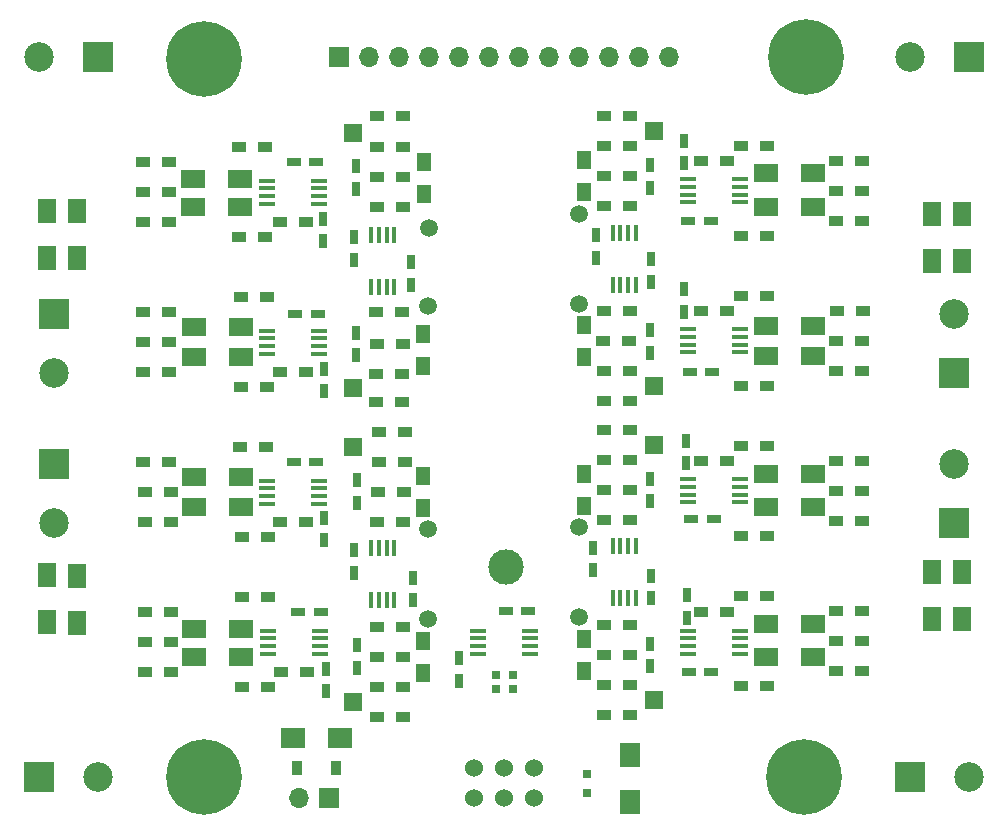
<source format=gbr>
G04 #@! TF.FileFunction,Soldermask,Top*
%FSLAX46Y46*%
G04 Gerber Fmt 4.6, Leading zero omitted, Abs format (unit mm)*
G04 Created by KiCad (PCBNEW 4.0.6) date Sun Apr  2 15:01:44 2017*
%MOMM*%
%LPD*%
G01*
G04 APERTURE LIST*
%ADD10C,0.088900*%
%ADD11R,2.000000X1.700000*%
%ADD12R,1.700000X1.700000*%
%ADD13O,1.700000X1.700000*%
%ADD14R,0.900000X1.200000*%
%ADD15R,1.450000X0.450000*%
%ADD16R,1.200000X0.900000*%
%ADD17R,1.600000X2.000000*%
%ADD18R,1.200000X0.750000*%
%ADD19R,0.450000X1.450000*%
%ADD20R,0.640000X0.700000*%
%ADD21C,6.400000*%
%ADD22R,1.500000X1.500000*%
%ADD23C,1.500000*%
%ADD24C,3.000000*%
%ADD25R,0.750000X1.200000*%
%ADD26R,1.300000X1.500000*%
%ADD27R,2.000000X1.600000*%
%ADD28C,2.500000*%
%ADD29R,2.500000X2.500000*%
%ADD30R,0.800000X0.800000*%
%ADD31R,1.700000X2.000000*%
%ADD32C,1.524000*%
G04 APERTURE END LIST*
D10*
D11*
X131985000Y-135128000D03*
X135985000Y-135128000D03*
D12*
X135001000Y-140208000D03*
D13*
X132461000Y-140208000D03*
D14*
X135635000Y-137668000D03*
X132335000Y-137668000D03*
D15*
X147660000Y-126025000D03*
X147660000Y-126675000D03*
X147660000Y-127325000D03*
X147660000Y-127975000D03*
X152060000Y-127975000D03*
X152060000Y-127325000D03*
X152060000Y-126675000D03*
X152060000Y-126025000D03*
D16*
X169884999Y-105282997D03*
X172084999Y-105282997D03*
D17*
X113665000Y-90456000D03*
X113665000Y-94456000D03*
D16*
X121496000Y-86360000D03*
X119296000Y-86360000D03*
X130853000Y-104140000D03*
X133053000Y-104140000D03*
D18*
X133919000Y-111760000D03*
X132019000Y-111760000D03*
D16*
X119422999Y-124460000D03*
X121622999Y-124460000D03*
D19*
X140542080Y-119031548D03*
X139892080Y-119031548D03*
X139242080Y-119031548D03*
X138592080Y-119031548D03*
X138592080Y-123431548D03*
X139242080Y-123431548D03*
X139892080Y-123431548D03*
X140542080Y-123431548D03*
D15*
X169839999Y-102447998D03*
X169839999Y-101797998D03*
X169839999Y-101147998D03*
X169839999Y-100497998D03*
X165439999Y-100497998D03*
X165439999Y-101147998D03*
X165439999Y-101797998D03*
X165439999Y-102447998D03*
D16*
X177970001Y-124332999D03*
X180170001Y-124332999D03*
D20*
X150560000Y-129740500D03*
X149160000Y-129740500D03*
X149160000Y-130990500D03*
X150560000Y-130990500D03*
D21*
X175387000Y-77470000D03*
X124460000Y-77597000D03*
X175260000Y-138430000D03*
X124460000Y-138430000D03*
D12*
X135890001Y-77470000D03*
D13*
X138430001Y-77470000D03*
X140970001Y-77470000D03*
X143510001Y-77470000D03*
X146050001Y-77470000D03*
X148590001Y-77470000D03*
X151130001Y-77470000D03*
X153670001Y-77470000D03*
X156210001Y-77470000D03*
X158750001Y-77470000D03*
X161290001Y-77470000D03*
X163830001Y-77470000D03*
D22*
X137066180Y-83908953D03*
D23*
X143510000Y-91948000D03*
D22*
X137066180Y-105498947D03*
D23*
X143416182Y-98513948D03*
D22*
X137027087Y-110436549D03*
D23*
X143377082Y-117421552D03*
D22*
X137027082Y-132026546D03*
D23*
X143377082Y-125041550D03*
D22*
X162557509Y-131861607D03*
D23*
X156207512Y-124876607D03*
D22*
X162557511Y-110271612D03*
D23*
X156207510Y-117256614D03*
D22*
X162544473Y-105326266D03*
D23*
X156194471Y-98341265D03*
D22*
X162544471Y-83736263D03*
D23*
X156194478Y-90721268D03*
D24*
X149987000Y-120650000D03*
D16*
X160469469Y-87546264D03*
X158269469Y-87546264D03*
X158269472Y-90086264D03*
X160469472Y-90086264D03*
X169884999Y-92582997D03*
X172084999Y-92582997D03*
X177970000Y-88772999D03*
X180170000Y-88772999D03*
X177970002Y-86233001D03*
X180170002Y-86233001D03*
X160469476Y-85006261D03*
X158269476Y-85006261D03*
X158269472Y-82466266D03*
X160469472Y-82466266D03*
X168740000Y-86232999D03*
X166540000Y-86232999D03*
X172084999Y-84962997D03*
X169884999Y-84962997D03*
X180170001Y-91313001D03*
X177970001Y-91313001D03*
X160448973Y-101516263D03*
X158248973Y-101516263D03*
X158269474Y-98976268D03*
X160469474Y-98976268D03*
X177970002Y-101473004D03*
X180170002Y-101473004D03*
X178013000Y-98932998D03*
X180213000Y-98932998D03*
X160469476Y-104056265D03*
X158269476Y-104056265D03*
X158269470Y-106596266D03*
X160469470Y-106596266D03*
X168740000Y-98933002D03*
X166540000Y-98933002D03*
X172084999Y-97663000D03*
X169884999Y-97663000D03*
X180170000Y-104012999D03*
X177970000Y-104012999D03*
X160482513Y-114081614D03*
X158282513Y-114081614D03*
X158282508Y-116621613D03*
X160482508Y-116621613D03*
X169884999Y-117982997D03*
X172084999Y-117982997D03*
X177970000Y-114173000D03*
X180170000Y-114173000D03*
X177970002Y-111633001D03*
X180170002Y-111633001D03*
X160482508Y-111541613D03*
X158282508Y-111541613D03*
X158282515Y-109001612D03*
X160482515Y-109001612D03*
X168739999Y-111633002D03*
X166539999Y-111633002D03*
X172084999Y-110362997D03*
X169884999Y-110362997D03*
X180170002Y-116712999D03*
X177970002Y-116712999D03*
X160482508Y-128051611D03*
X158282508Y-128051611D03*
X158282509Y-125511613D03*
X160482509Y-125511613D03*
X169884999Y-130682997D03*
X172084999Y-130682997D03*
X177969999Y-126873000D03*
X180169999Y-126873000D03*
X160482509Y-130591608D03*
X158282509Y-130591608D03*
X158282516Y-133131611D03*
X160482516Y-133131611D03*
X168740000Y-124460000D03*
X166540000Y-124460000D03*
X172084999Y-123062999D03*
X169884999Y-123062999D03*
X180169998Y-129412999D03*
X177969998Y-129412999D03*
X139102082Y-128216547D03*
X141302082Y-128216547D03*
X141302084Y-125676549D03*
X139102084Y-125676549D03*
X129835000Y-123189999D03*
X127635000Y-123189999D03*
X121622999Y-127000001D03*
X119422999Y-127000001D03*
X121622997Y-129540001D03*
X119422997Y-129540001D03*
X139081585Y-130756548D03*
X141281585Y-130756548D03*
X141302082Y-133296546D03*
X139102082Y-133296546D03*
X130980000Y-129540000D03*
X133180000Y-129540000D03*
X127635000Y-130810003D03*
X129835000Y-130810003D03*
X139186086Y-114246552D03*
X141386086Y-114246552D03*
X141305515Y-116786549D03*
X139105515Y-116786549D03*
X129708002Y-110490006D03*
X127508002Y-110490006D03*
X121623001Y-114300002D03*
X119423001Y-114300002D03*
X121623000Y-116840000D03*
X119423000Y-116840000D03*
X139229081Y-111706552D03*
X141429081Y-111706552D03*
X141429083Y-109166550D03*
X139229083Y-109166550D03*
X130852999Y-116840002D03*
X133052999Y-116840002D03*
X127635001Y-118110002D03*
X129835001Y-118110002D03*
X119296000Y-111760001D03*
X121496000Y-111760001D03*
X121496000Y-101600000D03*
X119296000Y-101600000D03*
X121496000Y-104140000D03*
X119296000Y-104140000D03*
X119296000Y-99060000D03*
X121496000Y-99060000D03*
X139108000Y-87630000D03*
X141308000Y-87630000D03*
X141308000Y-90170000D03*
X139108000Y-90170000D03*
X121496000Y-88900000D03*
X119296000Y-88900000D03*
X141308000Y-82423000D03*
X139108000Y-82423000D03*
X130853000Y-91440000D03*
X133053000Y-91440000D03*
X127424000Y-92710000D03*
X129624000Y-92710000D03*
X139108000Y-85090000D03*
X141308000Y-85090000D03*
X138981000Y-104267000D03*
X141181000Y-104267000D03*
X141181000Y-106680000D03*
X138981000Y-106680000D03*
X129741000Y-97790000D03*
X127541000Y-97790000D03*
X141224000Y-99060000D03*
X139024000Y-99060000D03*
X139108000Y-101727000D03*
X141308000Y-101727000D03*
X129624000Y-85090000D03*
X127424000Y-85090000D03*
D15*
X169840000Y-89748000D03*
X169840000Y-89098000D03*
X169840000Y-88448000D03*
X169840000Y-87798000D03*
X165440000Y-87798000D03*
X165440000Y-88448000D03*
X165440000Y-89098000D03*
X165440000Y-89748000D03*
D19*
X159029472Y-96731264D03*
X159679472Y-96731264D03*
X160329472Y-96731264D03*
X160979472Y-96731264D03*
X160979472Y-92331264D03*
X160329472Y-92331264D03*
X159679472Y-92331264D03*
X159029472Y-92331264D03*
D15*
X169840000Y-115148000D03*
X169840000Y-114498000D03*
X169840000Y-113848000D03*
X169840000Y-113198000D03*
X165440000Y-113198000D03*
X165440000Y-113848000D03*
X165440000Y-114498000D03*
X165440000Y-115148000D03*
D19*
X159042507Y-123266609D03*
X159692507Y-123266609D03*
X160342507Y-123266609D03*
X160992507Y-123266609D03*
X160992507Y-118866609D03*
X160342507Y-118866609D03*
X159692507Y-118866609D03*
X159042507Y-118866609D03*
D15*
X169840001Y-127975000D03*
X169840001Y-127325000D03*
X169840001Y-126675000D03*
X169840001Y-126025000D03*
X165440001Y-126025000D03*
X165440001Y-126675000D03*
X165440001Y-127325000D03*
X165440001Y-127975000D03*
X129880000Y-126025000D03*
X129880000Y-126675000D03*
X129880000Y-127325000D03*
X129880000Y-127975000D03*
X134280000Y-127975000D03*
X134280000Y-127325000D03*
X134280000Y-126675000D03*
X134280000Y-126025000D03*
X129753001Y-113324999D03*
X129753001Y-113974999D03*
X129753001Y-114624999D03*
X129753001Y-115274999D03*
X134153001Y-115274999D03*
X134153001Y-114624999D03*
X134153001Y-113974999D03*
X134153001Y-113324999D03*
X129752999Y-87925000D03*
X129752999Y-88575000D03*
X129752999Y-89225000D03*
X129752999Y-89875000D03*
X134152999Y-89875000D03*
X134152999Y-89225000D03*
X134152999Y-88575000D03*
X134152999Y-87925000D03*
X129753002Y-100624998D03*
X129753002Y-101274998D03*
X129753002Y-101924998D03*
X129753002Y-102574998D03*
X134153002Y-102574998D03*
X134153002Y-101924998D03*
X134153002Y-101274998D03*
X134153002Y-100624998D03*
D19*
X140548000Y-92542000D03*
X139898000Y-92542000D03*
X139248000Y-92542000D03*
X138598000Y-92542000D03*
X138598000Y-96942000D03*
X139248000Y-96942000D03*
X139898000Y-96942000D03*
X140548000Y-96942000D03*
D25*
X146050000Y-130236000D03*
X146050000Y-128336000D03*
D18*
X151889499Y-124333000D03*
X149989499Y-124333000D03*
D25*
X162163472Y-86596264D03*
X162163472Y-88496264D03*
X162163477Y-102466268D03*
X162163477Y-100566268D03*
X157607000Y-92522000D03*
X157607000Y-94422000D03*
D18*
X165420000Y-91313000D03*
X167320000Y-91313000D03*
X165547000Y-104140000D03*
X167447000Y-104140000D03*
D25*
X162176513Y-113131612D03*
X162176513Y-115031612D03*
X162176511Y-129001607D03*
X162176511Y-127101607D03*
X157353000Y-119004000D03*
X157353000Y-120904000D03*
D18*
X165674000Y-116586000D03*
X167574000Y-116586000D03*
X165481000Y-129540000D03*
X167381000Y-129540000D03*
D25*
X137408080Y-129166551D03*
X137408080Y-127266551D03*
X137408081Y-113296548D03*
X137408081Y-115196548D03*
X142113000Y-123444000D03*
X142113000Y-121544000D03*
D18*
X134300000Y-124460000D03*
X132400000Y-124460000D03*
D25*
X137287000Y-86680000D03*
X137287000Y-88580000D03*
X141986000Y-96708000D03*
X141986000Y-94808000D03*
D18*
X134046000Y-99187000D03*
X132146000Y-99187000D03*
X133919000Y-86360000D03*
X132019000Y-86360000D03*
D25*
X137287000Y-102677000D03*
X137287000Y-100777000D03*
D17*
X111125000Y-94456000D03*
X111125000Y-90456000D03*
D26*
X143035178Y-89068953D03*
X143035178Y-86368953D03*
X143002000Y-100932000D03*
X143002000Y-103632000D03*
D25*
X134493000Y-93025000D03*
X134493000Y-91125000D03*
X134620000Y-105725000D03*
X134620000Y-103825000D03*
X137160000Y-94610000D03*
X137160000Y-92710000D03*
D17*
X111125000Y-121317000D03*
X111125000Y-125317000D03*
D26*
X142996080Y-115596549D03*
X142996080Y-112896549D03*
X142996082Y-126866550D03*
X142996082Y-129566550D03*
D25*
X134620000Y-118364000D03*
X134620000Y-116464000D03*
X134747000Y-131125000D03*
X134747000Y-129225000D03*
X137160000Y-121092000D03*
X137160000Y-119192000D03*
D17*
X113665000Y-125349000D03*
X113665000Y-121349000D03*
X188595000Y-121063000D03*
X188595000Y-125063000D03*
D26*
X156588514Y-126699110D03*
X156588514Y-129399110D03*
X156588505Y-115431611D03*
X156588505Y-112731611D03*
D25*
X165354000Y-123002000D03*
X165354000Y-124902000D03*
X165227000Y-109921000D03*
X165227000Y-111821000D03*
X162306000Y-121351000D03*
X162306000Y-123251000D03*
D17*
X186055000Y-125063000D03*
X186055000Y-121063000D03*
X188595000Y-94710000D03*
X188595000Y-90710000D03*
D26*
X156575472Y-100166269D03*
X156575472Y-102866269D03*
X156575475Y-88896266D03*
X156575475Y-86196266D03*
D25*
X165100000Y-97094000D03*
X165100000Y-98994000D03*
X165100000Y-84521000D03*
X165100000Y-86421000D03*
X162306000Y-94554000D03*
X162306000Y-96454000D03*
D17*
X186055000Y-90710000D03*
X186055000Y-94710000D03*
D16*
X119296000Y-91440000D03*
X121496000Y-91440000D03*
X127551000Y-105410000D03*
X129751000Y-105410000D03*
D27*
X127476000Y-90170000D03*
X123476000Y-90170000D03*
X127476000Y-87757000D03*
X123476000Y-87757000D03*
X127603000Y-102870000D03*
X123603000Y-102870000D03*
X127603000Y-100330000D03*
X123603000Y-100330000D03*
X127603002Y-115569998D03*
X123603002Y-115569998D03*
X127603000Y-113029999D03*
X123603000Y-113029999D03*
X127603000Y-128269998D03*
X123603000Y-128269998D03*
X127603000Y-125857000D03*
X123603000Y-125857000D03*
X171989999Y-125476000D03*
X175989999Y-125476000D03*
X171989998Y-128270000D03*
X175989998Y-128270000D03*
X171990000Y-112776000D03*
X175990000Y-112776000D03*
X171990001Y-115570000D03*
X175990001Y-115570000D03*
X171989998Y-100203001D03*
X175989998Y-100203001D03*
X171990001Y-102742998D03*
X175990001Y-102742998D03*
X171990000Y-87249000D03*
X175990000Y-87249000D03*
X171990001Y-90170000D03*
X175990001Y-90170000D03*
D28*
X110443000Y-77470000D03*
D29*
X115443000Y-77470000D03*
D28*
X111760000Y-104187000D03*
D29*
X111760000Y-99187000D03*
D28*
X111759998Y-116887001D03*
D29*
X111759998Y-111887001D03*
D28*
X115443000Y-138430000D03*
D29*
X110443000Y-138430000D03*
D28*
X189230000Y-138430000D03*
D29*
X184230000Y-138430000D03*
D28*
X187959999Y-111887001D03*
D29*
X187959999Y-116887001D03*
D28*
X187960000Y-99186998D03*
D29*
X187960000Y-104186998D03*
D28*
X184230000Y-77470000D03*
D29*
X189230000Y-77470000D03*
D30*
X156845000Y-138138000D03*
X156845000Y-139738000D03*
D31*
X160528000Y-140557000D03*
X160528000Y-136557000D03*
D32*
X149860000Y-140208000D03*
X152400000Y-140208000D03*
X147320000Y-140208000D03*
X147300000Y-137658000D03*
X149840000Y-137658000D03*
X152380000Y-137658000D03*
M02*

</source>
